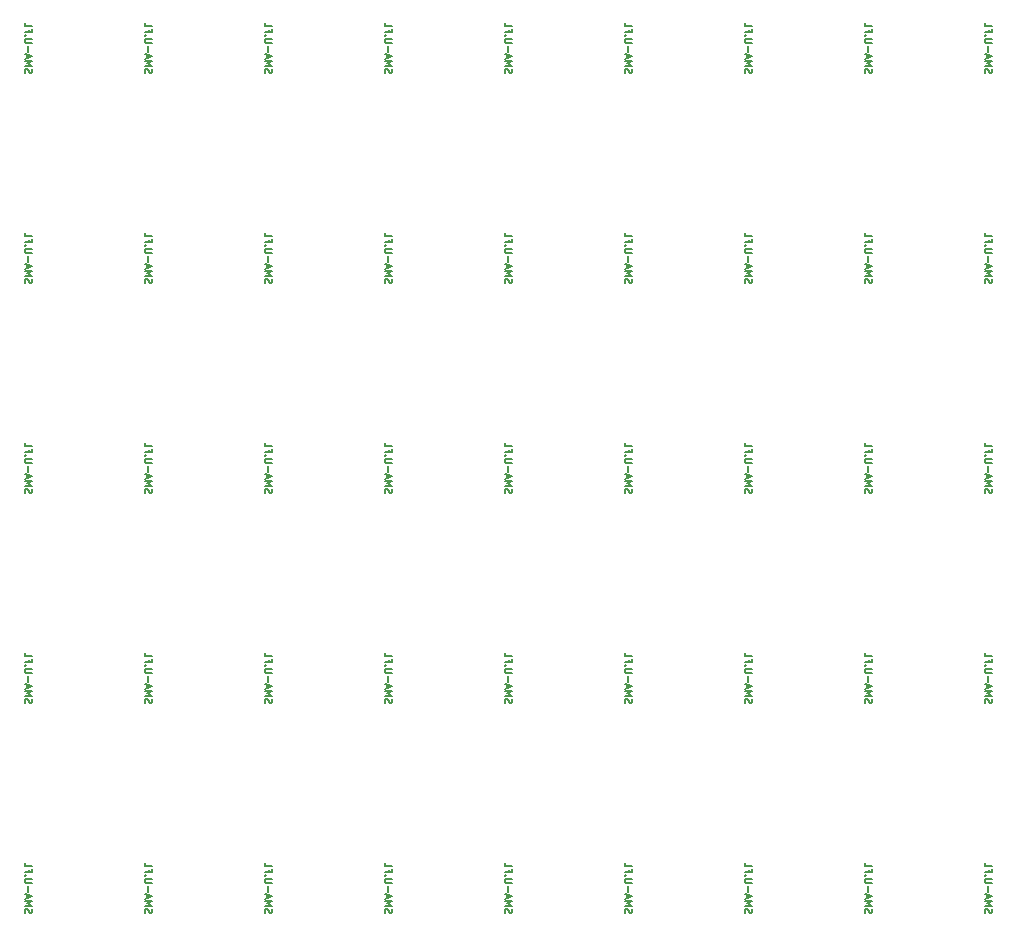
<source format=gbr>
%TF.GenerationSoftware,KiCad,Pcbnew,6.0.7-f9a2dced07~116~ubuntu20.04.1*%
%TF.CreationDate,2022-08-19T12:04:29-05:00*%
%TF.ProjectId,,58585858-5858-4585-9858-585858585858,rev?*%
%TF.SameCoordinates,Original*%
%TF.FileFunction,Legend,Bot*%
%TF.FilePolarity,Positive*%
%FSLAX46Y46*%
G04 Gerber Fmt 4.6, Leading zero omitted, Abs format (unit mm)*
G04 Created by KiCad (PCBNEW 6.0.7-f9a2dced07~116~ubuntu20.04.1) date 2022-08-19 12:04:29*
%MOMM*%
%LPD*%
G01*
G04 APERTURE LIST*
%ADD10C,0.150000*%
G04 APERTURE END LIST*
D10*
X153097142Y-136720000D02*
X153068571Y-136634285D01*
X153068571Y-136491428D01*
X153097142Y-136434285D01*
X153125714Y-136405714D01*
X153182857Y-136377142D01*
X153240000Y-136377142D01*
X153297142Y-136405714D01*
X153325714Y-136434285D01*
X153354285Y-136491428D01*
X153382857Y-136605714D01*
X153411428Y-136662857D01*
X153440000Y-136691428D01*
X153497142Y-136720000D01*
X153554285Y-136720000D01*
X153611428Y-136691428D01*
X153640000Y-136662857D01*
X153668571Y-136605714D01*
X153668571Y-136462857D01*
X153640000Y-136377142D01*
X153068571Y-136120000D02*
X153668571Y-136120000D01*
X153240000Y-135920000D01*
X153668571Y-135720000D01*
X153068571Y-135720000D01*
X153240000Y-135462857D02*
X153240000Y-135177142D01*
X153068571Y-135520000D02*
X153668571Y-135320000D01*
X153068571Y-135120000D01*
X153297142Y-134920000D02*
X153297142Y-134462857D01*
X153668571Y-134177142D02*
X153182857Y-134177142D01*
X153125714Y-134148571D01*
X153097142Y-134120000D01*
X153068571Y-134062857D01*
X153068571Y-133948571D01*
X153097142Y-133891428D01*
X153125714Y-133862857D01*
X153182857Y-133834285D01*
X153668571Y-133834285D01*
X153125714Y-133548571D02*
X153097142Y-133520000D01*
X153068571Y-133548571D01*
X153097142Y-133577142D01*
X153125714Y-133548571D01*
X153068571Y-133548571D01*
X153382857Y-133062857D02*
X153382857Y-133262857D01*
X153068571Y-133262857D02*
X153668571Y-133262857D01*
X153668571Y-132977142D01*
X153068571Y-132462857D02*
X153068571Y-132748571D01*
X153668571Y-132748571D01*
X142937142Y-136720000D02*
X142908571Y-136634285D01*
X142908571Y-136491428D01*
X142937142Y-136434285D01*
X142965714Y-136405714D01*
X143022857Y-136377142D01*
X143080000Y-136377142D01*
X143137142Y-136405714D01*
X143165714Y-136434285D01*
X143194285Y-136491428D01*
X143222857Y-136605714D01*
X143251428Y-136662857D01*
X143280000Y-136691428D01*
X143337142Y-136720000D01*
X143394285Y-136720000D01*
X143451428Y-136691428D01*
X143480000Y-136662857D01*
X143508571Y-136605714D01*
X143508571Y-136462857D01*
X143480000Y-136377142D01*
X142908571Y-136120000D02*
X143508571Y-136120000D01*
X143080000Y-135920000D01*
X143508571Y-135720000D01*
X142908571Y-135720000D01*
X143080000Y-135462857D02*
X143080000Y-135177142D01*
X142908571Y-135520000D02*
X143508571Y-135320000D01*
X142908571Y-135120000D01*
X143137142Y-134920000D02*
X143137142Y-134462857D01*
X143508571Y-134177142D02*
X143022857Y-134177142D01*
X142965714Y-134148571D01*
X142937142Y-134120000D01*
X142908571Y-134062857D01*
X142908571Y-133948571D01*
X142937142Y-133891428D01*
X142965714Y-133862857D01*
X143022857Y-133834285D01*
X143508571Y-133834285D01*
X142965714Y-133548571D02*
X142937142Y-133520000D01*
X142908571Y-133548571D01*
X142937142Y-133577142D01*
X142965714Y-133548571D01*
X142908571Y-133548571D01*
X143222857Y-133062857D02*
X143222857Y-133262857D01*
X142908571Y-133262857D02*
X143508571Y-133262857D01*
X143508571Y-132977142D01*
X142908571Y-132462857D02*
X142908571Y-132748571D01*
X143508571Y-132748571D01*
X132777142Y-136720000D02*
X132748571Y-136634285D01*
X132748571Y-136491428D01*
X132777142Y-136434285D01*
X132805714Y-136405714D01*
X132862857Y-136377142D01*
X132920000Y-136377142D01*
X132977142Y-136405714D01*
X133005714Y-136434285D01*
X133034285Y-136491428D01*
X133062857Y-136605714D01*
X133091428Y-136662857D01*
X133120000Y-136691428D01*
X133177142Y-136720000D01*
X133234285Y-136720000D01*
X133291428Y-136691428D01*
X133320000Y-136662857D01*
X133348571Y-136605714D01*
X133348571Y-136462857D01*
X133320000Y-136377142D01*
X132748571Y-136120000D02*
X133348571Y-136120000D01*
X132920000Y-135920000D01*
X133348571Y-135720000D01*
X132748571Y-135720000D01*
X132920000Y-135462857D02*
X132920000Y-135177142D01*
X132748571Y-135520000D02*
X133348571Y-135320000D01*
X132748571Y-135120000D01*
X132977142Y-134920000D02*
X132977142Y-134462857D01*
X133348571Y-134177142D02*
X132862857Y-134177142D01*
X132805714Y-134148571D01*
X132777142Y-134120000D01*
X132748571Y-134062857D01*
X132748571Y-133948571D01*
X132777142Y-133891428D01*
X132805714Y-133862857D01*
X132862857Y-133834285D01*
X133348571Y-133834285D01*
X132805714Y-133548571D02*
X132777142Y-133520000D01*
X132748571Y-133548571D01*
X132777142Y-133577142D01*
X132805714Y-133548571D01*
X132748571Y-133548571D01*
X133062857Y-133062857D02*
X133062857Y-133262857D01*
X132748571Y-133262857D02*
X133348571Y-133262857D01*
X133348571Y-132977142D01*
X132748571Y-132462857D02*
X132748571Y-132748571D01*
X133348571Y-132748571D01*
X122617142Y-136720000D02*
X122588571Y-136634285D01*
X122588571Y-136491428D01*
X122617142Y-136434285D01*
X122645714Y-136405714D01*
X122702857Y-136377142D01*
X122760000Y-136377142D01*
X122817142Y-136405714D01*
X122845714Y-136434285D01*
X122874285Y-136491428D01*
X122902857Y-136605714D01*
X122931428Y-136662857D01*
X122960000Y-136691428D01*
X123017142Y-136720000D01*
X123074285Y-136720000D01*
X123131428Y-136691428D01*
X123160000Y-136662857D01*
X123188571Y-136605714D01*
X123188571Y-136462857D01*
X123160000Y-136377142D01*
X122588571Y-136120000D02*
X123188571Y-136120000D01*
X122760000Y-135920000D01*
X123188571Y-135720000D01*
X122588571Y-135720000D01*
X122760000Y-135462857D02*
X122760000Y-135177142D01*
X122588571Y-135520000D02*
X123188571Y-135320000D01*
X122588571Y-135120000D01*
X122817142Y-134920000D02*
X122817142Y-134462857D01*
X123188571Y-134177142D02*
X122702857Y-134177142D01*
X122645714Y-134148571D01*
X122617142Y-134120000D01*
X122588571Y-134062857D01*
X122588571Y-133948571D01*
X122617142Y-133891428D01*
X122645714Y-133862857D01*
X122702857Y-133834285D01*
X123188571Y-133834285D01*
X122645714Y-133548571D02*
X122617142Y-133520000D01*
X122588571Y-133548571D01*
X122617142Y-133577142D01*
X122645714Y-133548571D01*
X122588571Y-133548571D01*
X122902857Y-133062857D02*
X122902857Y-133262857D01*
X122588571Y-133262857D02*
X123188571Y-133262857D01*
X123188571Y-132977142D01*
X122588571Y-132462857D02*
X122588571Y-132748571D01*
X123188571Y-132748571D01*
X112457142Y-136720000D02*
X112428571Y-136634285D01*
X112428571Y-136491428D01*
X112457142Y-136434285D01*
X112485714Y-136405714D01*
X112542857Y-136377142D01*
X112600000Y-136377142D01*
X112657142Y-136405714D01*
X112685714Y-136434285D01*
X112714285Y-136491428D01*
X112742857Y-136605714D01*
X112771428Y-136662857D01*
X112800000Y-136691428D01*
X112857142Y-136720000D01*
X112914285Y-136720000D01*
X112971428Y-136691428D01*
X113000000Y-136662857D01*
X113028571Y-136605714D01*
X113028571Y-136462857D01*
X113000000Y-136377142D01*
X112428571Y-136120000D02*
X113028571Y-136120000D01*
X112600000Y-135920000D01*
X113028571Y-135720000D01*
X112428571Y-135720000D01*
X112600000Y-135462857D02*
X112600000Y-135177142D01*
X112428571Y-135520000D02*
X113028571Y-135320000D01*
X112428571Y-135120000D01*
X112657142Y-134920000D02*
X112657142Y-134462857D01*
X113028571Y-134177142D02*
X112542857Y-134177142D01*
X112485714Y-134148571D01*
X112457142Y-134120000D01*
X112428571Y-134062857D01*
X112428571Y-133948571D01*
X112457142Y-133891428D01*
X112485714Y-133862857D01*
X112542857Y-133834285D01*
X113028571Y-133834285D01*
X112485714Y-133548571D02*
X112457142Y-133520000D01*
X112428571Y-133548571D01*
X112457142Y-133577142D01*
X112485714Y-133548571D01*
X112428571Y-133548571D01*
X112742857Y-133062857D02*
X112742857Y-133262857D01*
X112428571Y-133262857D02*
X113028571Y-133262857D01*
X113028571Y-132977142D01*
X112428571Y-132462857D02*
X112428571Y-132748571D01*
X113028571Y-132748571D01*
X102297142Y-136720000D02*
X102268571Y-136634285D01*
X102268571Y-136491428D01*
X102297142Y-136434285D01*
X102325714Y-136405714D01*
X102382857Y-136377142D01*
X102440000Y-136377142D01*
X102497142Y-136405714D01*
X102525714Y-136434285D01*
X102554285Y-136491428D01*
X102582857Y-136605714D01*
X102611428Y-136662857D01*
X102640000Y-136691428D01*
X102697142Y-136720000D01*
X102754285Y-136720000D01*
X102811428Y-136691428D01*
X102840000Y-136662857D01*
X102868571Y-136605714D01*
X102868571Y-136462857D01*
X102840000Y-136377142D01*
X102268571Y-136120000D02*
X102868571Y-136120000D01*
X102440000Y-135920000D01*
X102868571Y-135720000D01*
X102268571Y-135720000D01*
X102440000Y-135462857D02*
X102440000Y-135177142D01*
X102268571Y-135520000D02*
X102868571Y-135320000D01*
X102268571Y-135120000D01*
X102497142Y-134920000D02*
X102497142Y-134462857D01*
X102868571Y-134177142D02*
X102382857Y-134177142D01*
X102325714Y-134148571D01*
X102297142Y-134120000D01*
X102268571Y-134062857D01*
X102268571Y-133948571D01*
X102297142Y-133891428D01*
X102325714Y-133862857D01*
X102382857Y-133834285D01*
X102868571Y-133834285D01*
X102325714Y-133548571D02*
X102297142Y-133520000D01*
X102268571Y-133548571D01*
X102297142Y-133577142D01*
X102325714Y-133548571D01*
X102268571Y-133548571D01*
X102582857Y-133062857D02*
X102582857Y-133262857D01*
X102268571Y-133262857D02*
X102868571Y-133262857D01*
X102868571Y-132977142D01*
X102268571Y-132462857D02*
X102268571Y-132748571D01*
X102868571Y-132748571D01*
X92137142Y-136720000D02*
X92108571Y-136634285D01*
X92108571Y-136491428D01*
X92137142Y-136434285D01*
X92165714Y-136405714D01*
X92222857Y-136377142D01*
X92280000Y-136377142D01*
X92337142Y-136405714D01*
X92365714Y-136434285D01*
X92394285Y-136491428D01*
X92422857Y-136605714D01*
X92451428Y-136662857D01*
X92480000Y-136691428D01*
X92537142Y-136720000D01*
X92594285Y-136720000D01*
X92651428Y-136691428D01*
X92680000Y-136662857D01*
X92708571Y-136605714D01*
X92708571Y-136462857D01*
X92680000Y-136377142D01*
X92108571Y-136120000D02*
X92708571Y-136120000D01*
X92280000Y-135920000D01*
X92708571Y-135720000D01*
X92108571Y-135720000D01*
X92280000Y-135462857D02*
X92280000Y-135177142D01*
X92108571Y-135520000D02*
X92708571Y-135320000D01*
X92108571Y-135120000D01*
X92337142Y-134920000D02*
X92337142Y-134462857D01*
X92708571Y-134177142D02*
X92222857Y-134177142D01*
X92165714Y-134148571D01*
X92137142Y-134120000D01*
X92108571Y-134062857D01*
X92108571Y-133948571D01*
X92137142Y-133891428D01*
X92165714Y-133862857D01*
X92222857Y-133834285D01*
X92708571Y-133834285D01*
X92165714Y-133548571D02*
X92137142Y-133520000D01*
X92108571Y-133548571D01*
X92137142Y-133577142D01*
X92165714Y-133548571D01*
X92108571Y-133548571D01*
X92422857Y-133062857D02*
X92422857Y-133262857D01*
X92108571Y-133262857D02*
X92708571Y-133262857D01*
X92708571Y-132977142D01*
X92108571Y-132462857D02*
X92108571Y-132748571D01*
X92708571Y-132748571D01*
X81977142Y-136720000D02*
X81948571Y-136634285D01*
X81948571Y-136491428D01*
X81977142Y-136434285D01*
X82005714Y-136405714D01*
X82062857Y-136377142D01*
X82120000Y-136377142D01*
X82177142Y-136405714D01*
X82205714Y-136434285D01*
X82234285Y-136491428D01*
X82262857Y-136605714D01*
X82291428Y-136662857D01*
X82320000Y-136691428D01*
X82377142Y-136720000D01*
X82434285Y-136720000D01*
X82491428Y-136691428D01*
X82520000Y-136662857D01*
X82548571Y-136605714D01*
X82548571Y-136462857D01*
X82520000Y-136377142D01*
X81948571Y-136120000D02*
X82548571Y-136120000D01*
X82120000Y-135920000D01*
X82548571Y-135720000D01*
X81948571Y-135720000D01*
X82120000Y-135462857D02*
X82120000Y-135177142D01*
X81948571Y-135520000D02*
X82548571Y-135320000D01*
X81948571Y-135120000D01*
X82177142Y-134920000D02*
X82177142Y-134462857D01*
X82548571Y-134177142D02*
X82062857Y-134177142D01*
X82005714Y-134148571D01*
X81977142Y-134120000D01*
X81948571Y-134062857D01*
X81948571Y-133948571D01*
X81977142Y-133891428D01*
X82005714Y-133862857D01*
X82062857Y-133834285D01*
X82548571Y-133834285D01*
X82005714Y-133548571D02*
X81977142Y-133520000D01*
X81948571Y-133548571D01*
X81977142Y-133577142D01*
X82005714Y-133548571D01*
X81948571Y-133548571D01*
X82262857Y-133062857D02*
X82262857Y-133262857D01*
X81948571Y-133262857D02*
X82548571Y-133262857D01*
X82548571Y-132977142D01*
X81948571Y-132462857D02*
X81948571Y-132748571D01*
X82548571Y-132748571D01*
X71817142Y-136720000D02*
X71788571Y-136634285D01*
X71788571Y-136491428D01*
X71817142Y-136434285D01*
X71845714Y-136405714D01*
X71902857Y-136377142D01*
X71960000Y-136377142D01*
X72017142Y-136405714D01*
X72045714Y-136434285D01*
X72074285Y-136491428D01*
X72102857Y-136605714D01*
X72131428Y-136662857D01*
X72160000Y-136691428D01*
X72217142Y-136720000D01*
X72274285Y-136720000D01*
X72331428Y-136691428D01*
X72360000Y-136662857D01*
X72388571Y-136605714D01*
X72388571Y-136462857D01*
X72360000Y-136377142D01*
X71788571Y-136120000D02*
X72388571Y-136120000D01*
X71960000Y-135920000D01*
X72388571Y-135720000D01*
X71788571Y-135720000D01*
X71960000Y-135462857D02*
X71960000Y-135177142D01*
X71788571Y-135520000D02*
X72388571Y-135320000D01*
X71788571Y-135120000D01*
X72017142Y-134920000D02*
X72017142Y-134462857D01*
X72388571Y-134177142D02*
X71902857Y-134177142D01*
X71845714Y-134148571D01*
X71817142Y-134120000D01*
X71788571Y-134062857D01*
X71788571Y-133948571D01*
X71817142Y-133891428D01*
X71845714Y-133862857D01*
X71902857Y-133834285D01*
X72388571Y-133834285D01*
X71845714Y-133548571D02*
X71817142Y-133520000D01*
X71788571Y-133548571D01*
X71817142Y-133577142D01*
X71845714Y-133548571D01*
X71788571Y-133548571D01*
X72102857Y-133062857D02*
X72102857Y-133262857D01*
X71788571Y-133262857D02*
X72388571Y-133262857D01*
X72388571Y-132977142D01*
X71788571Y-132462857D02*
X71788571Y-132748571D01*
X72388571Y-132748571D01*
X153097142Y-118940000D02*
X153068571Y-118854285D01*
X153068571Y-118711428D01*
X153097142Y-118654285D01*
X153125714Y-118625714D01*
X153182857Y-118597142D01*
X153240000Y-118597142D01*
X153297142Y-118625714D01*
X153325714Y-118654285D01*
X153354285Y-118711428D01*
X153382857Y-118825714D01*
X153411428Y-118882857D01*
X153440000Y-118911428D01*
X153497142Y-118940000D01*
X153554285Y-118940000D01*
X153611428Y-118911428D01*
X153640000Y-118882857D01*
X153668571Y-118825714D01*
X153668571Y-118682857D01*
X153640000Y-118597142D01*
X153068571Y-118340000D02*
X153668571Y-118340000D01*
X153240000Y-118140000D01*
X153668571Y-117940000D01*
X153068571Y-117940000D01*
X153240000Y-117682857D02*
X153240000Y-117397142D01*
X153068571Y-117740000D02*
X153668571Y-117540000D01*
X153068571Y-117340000D01*
X153297142Y-117140000D02*
X153297142Y-116682857D01*
X153668571Y-116397142D02*
X153182857Y-116397142D01*
X153125714Y-116368571D01*
X153097142Y-116340000D01*
X153068571Y-116282857D01*
X153068571Y-116168571D01*
X153097142Y-116111428D01*
X153125714Y-116082857D01*
X153182857Y-116054285D01*
X153668571Y-116054285D01*
X153125714Y-115768571D02*
X153097142Y-115740000D01*
X153068571Y-115768571D01*
X153097142Y-115797142D01*
X153125714Y-115768571D01*
X153068571Y-115768571D01*
X153382857Y-115282857D02*
X153382857Y-115482857D01*
X153068571Y-115482857D02*
X153668571Y-115482857D01*
X153668571Y-115197142D01*
X153068571Y-114682857D02*
X153068571Y-114968571D01*
X153668571Y-114968571D01*
X142937142Y-118940000D02*
X142908571Y-118854285D01*
X142908571Y-118711428D01*
X142937142Y-118654285D01*
X142965714Y-118625714D01*
X143022857Y-118597142D01*
X143080000Y-118597142D01*
X143137142Y-118625714D01*
X143165714Y-118654285D01*
X143194285Y-118711428D01*
X143222857Y-118825714D01*
X143251428Y-118882857D01*
X143280000Y-118911428D01*
X143337142Y-118940000D01*
X143394285Y-118940000D01*
X143451428Y-118911428D01*
X143480000Y-118882857D01*
X143508571Y-118825714D01*
X143508571Y-118682857D01*
X143480000Y-118597142D01*
X142908571Y-118340000D02*
X143508571Y-118340000D01*
X143080000Y-118140000D01*
X143508571Y-117940000D01*
X142908571Y-117940000D01*
X143080000Y-117682857D02*
X143080000Y-117397142D01*
X142908571Y-117740000D02*
X143508571Y-117540000D01*
X142908571Y-117340000D01*
X143137142Y-117140000D02*
X143137142Y-116682857D01*
X143508571Y-116397142D02*
X143022857Y-116397142D01*
X142965714Y-116368571D01*
X142937142Y-116340000D01*
X142908571Y-116282857D01*
X142908571Y-116168571D01*
X142937142Y-116111428D01*
X142965714Y-116082857D01*
X143022857Y-116054285D01*
X143508571Y-116054285D01*
X142965714Y-115768571D02*
X142937142Y-115740000D01*
X142908571Y-115768571D01*
X142937142Y-115797142D01*
X142965714Y-115768571D01*
X142908571Y-115768571D01*
X143222857Y-115282857D02*
X143222857Y-115482857D01*
X142908571Y-115482857D02*
X143508571Y-115482857D01*
X143508571Y-115197142D01*
X142908571Y-114682857D02*
X142908571Y-114968571D01*
X143508571Y-114968571D01*
X132777142Y-118940000D02*
X132748571Y-118854285D01*
X132748571Y-118711428D01*
X132777142Y-118654285D01*
X132805714Y-118625714D01*
X132862857Y-118597142D01*
X132920000Y-118597142D01*
X132977142Y-118625714D01*
X133005714Y-118654285D01*
X133034285Y-118711428D01*
X133062857Y-118825714D01*
X133091428Y-118882857D01*
X133120000Y-118911428D01*
X133177142Y-118940000D01*
X133234285Y-118940000D01*
X133291428Y-118911428D01*
X133320000Y-118882857D01*
X133348571Y-118825714D01*
X133348571Y-118682857D01*
X133320000Y-118597142D01*
X132748571Y-118340000D02*
X133348571Y-118340000D01*
X132920000Y-118140000D01*
X133348571Y-117940000D01*
X132748571Y-117940000D01*
X132920000Y-117682857D02*
X132920000Y-117397142D01*
X132748571Y-117740000D02*
X133348571Y-117540000D01*
X132748571Y-117340000D01*
X132977142Y-117140000D02*
X132977142Y-116682857D01*
X133348571Y-116397142D02*
X132862857Y-116397142D01*
X132805714Y-116368571D01*
X132777142Y-116340000D01*
X132748571Y-116282857D01*
X132748571Y-116168571D01*
X132777142Y-116111428D01*
X132805714Y-116082857D01*
X132862857Y-116054285D01*
X133348571Y-116054285D01*
X132805714Y-115768571D02*
X132777142Y-115740000D01*
X132748571Y-115768571D01*
X132777142Y-115797142D01*
X132805714Y-115768571D01*
X132748571Y-115768571D01*
X133062857Y-115282857D02*
X133062857Y-115482857D01*
X132748571Y-115482857D02*
X133348571Y-115482857D01*
X133348571Y-115197142D01*
X132748571Y-114682857D02*
X132748571Y-114968571D01*
X133348571Y-114968571D01*
X122617142Y-118940000D02*
X122588571Y-118854285D01*
X122588571Y-118711428D01*
X122617142Y-118654285D01*
X122645714Y-118625714D01*
X122702857Y-118597142D01*
X122760000Y-118597142D01*
X122817142Y-118625714D01*
X122845714Y-118654285D01*
X122874285Y-118711428D01*
X122902857Y-118825714D01*
X122931428Y-118882857D01*
X122960000Y-118911428D01*
X123017142Y-118940000D01*
X123074285Y-118940000D01*
X123131428Y-118911428D01*
X123160000Y-118882857D01*
X123188571Y-118825714D01*
X123188571Y-118682857D01*
X123160000Y-118597142D01*
X122588571Y-118340000D02*
X123188571Y-118340000D01*
X122760000Y-118140000D01*
X123188571Y-117940000D01*
X122588571Y-117940000D01*
X122760000Y-117682857D02*
X122760000Y-117397142D01*
X122588571Y-117740000D02*
X123188571Y-117540000D01*
X122588571Y-117340000D01*
X122817142Y-117140000D02*
X122817142Y-116682857D01*
X123188571Y-116397142D02*
X122702857Y-116397142D01*
X122645714Y-116368571D01*
X122617142Y-116340000D01*
X122588571Y-116282857D01*
X122588571Y-116168571D01*
X122617142Y-116111428D01*
X122645714Y-116082857D01*
X122702857Y-116054285D01*
X123188571Y-116054285D01*
X122645714Y-115768571D02*
X122617142Y-115740000D01*
X122588571Y-115768571D01*
X122617142Y-115797142D01*
X122645714Y-115768571D01*
X122588571Y-115768571D01*
X122902857Y-115282857D02*
X122902857Y-115482857D01*
X122588571Y-115482857D02*
X123188571Y-115482857D01*
X123188571Y-115197142D01*
X122588571Y-114682857D02*
X122588571Y-114968571D01*
X123188571Y-114968571D01*
X112457142Y-118940000D02*
X112428571Y-118854285D01*
X112428571Y-118711428D01*
X112457142Y-118654285D01*
X112485714Y-118625714D01*
X112542857Y-118597142D01*
X112600000Y-118597142D01*
X112657142Y-118625714D01*
X112685714Y-118654285D01*
X112714285Y-118711428D01*
X112742857Y-118825714D01*
X112771428Y-118882857D01*
X112800000Y-118911428D01*
X112857142Y-118940000D01*
X112914285Y-118940000D01*
X112971428Y-118911428D01*
X113000000Y-118882857D01*
X113028571Y-118825714D01*
X113028571Y-118682857D01*
X113000000Y-118597142D01*
X112428571Y-118340000D02*
X113028571Y-118340000D01*
X112600000Y-118140000D01*
X113028571Y-117940000D01*
X112428571Y-117940000D01*
X112600000Y-117682857D02*
X112600000Y-117397142D01*
X112428571Y-117740000D02*
X113028571Y-117540000D01*
X112428571Y-117340000D01*
X112657142Y-117140000D02*
X112657142Y-116682857D01*
X113028571Y-116397142D02*
X112542857Y-116397142D01*
X112485714Y-116368571D01*
X112457142Y-116340000D01*
X112428571Y-116282857D01*
X112428571Y-116168571D01*
X112457142Y-116111428D01*
X112485714Y-116082857D01*
X112542857Y-116054285D01*
X113028571Y-116054285D01*
X112485714Y-115768571D02*
X112457142Y-115740000D01*
X112428571Y-115768571D01*
X112457142Y-115797142D01*
X112485714Y-115768571D01*
X112428571Y-115768571D01*
X112742857Y-115282857D02*
X112742857Y-115482857D01*
X112428571Y-115482857D02*
X113028571Y-115482857D01*
X113028571Y-115197142D01*
X112428571Y-114682857D02*
X112428571Y-114968571D01*
X113028571Y-114968571D01*
X102297142Y-118940000D02*
X102268571Y-118854285D01*
X102268571Y-118711428D01*
X102297142Y-118654285D01*
X102325714Y-118625714D01*
X102382857Y-118597142D01*
X102440000Y-118597142D01*
X102497142Y-118625714D01*
X102525714Y-118654285D01*
X102554285Y-118711428D01*
X102582857Y-118825714D01*
X102611428Y-118882857D01*
X102640000Y-118911428D01*
X102697142Y-118940000D01*
X102754285Y-118940000D01*
X102811428Y-118911428D01*
X102840000Y-118882857D01*
X102868571Y-118825714D01*
X102868571Y-118682857D01*
X102840000Y-118597142D01*
X102268571Y-118340000D02*
X102868571Y-118340000D01*
X102440000Y-118140000D01*
X102868571Y-117940000D01*
X102268571Y-117940000D01*
X102440000Y-117682857D02*
X102440000Y-117397142D01*
X102268571Y-117740000D02*
X102868571Y-117540000D01*
X102268571Y-117340000D01*
X102497142Y-117140000D02*
X102497142Y-116682857D01*
X102868571Y-116397142D02*
X102382857Y-116397142D01*
X102325714Y-116368571D01*
X102297142Y-116340000D01*
X102268571Y-116282857D01*
X102268571Y-116168571D01*
X102297142Y-116111428D01*
X102325714Y-116082857D01*
X102382857Y-116054285D01*
X102868571Y-116054285D01*
X102325714Y-115768571D02*
X102297142Y-115740000D01*
X102268571Y-115768571D01*
X102297142Y-115797142D01*
X102325714Y-115768571D01*
X102268571Y-115768571D01*
X102582857Y-115282857D02*
X102582857Y-115482857D01*
X102268571Y-115482857D02*
X102868571Y-115482857D01*
X102868571Y-115197142D01*
X102268571Y-114682857D02*
X102268571Y-114968571D01*
X102868571Y-114968571D01*
X92137142Y-118940000D02*
X92108571Y-118854285D01*
X92108571Y-118711428D01*
X92137142Y-118654285D01*
X92165714Y-118625714D01*
X92222857Y-118597142D01*
X92280000Y-118597142D01*
X92337142Y-118625714D01*
X92365714Y-118654285D01*
X92394285Y-118711428D01*
X92422857Y-118825714D01*
X92451428Y-118882857D01*
X92480000Y-118911428D01*
X92537142Y-118940000D01*
X92594285Y-118940000D01*
X92651428Y-118911428D01*
X92680000Y-118882857D01*
X92708571Y-118825714D01*
X92708571Y-118682857D01*
X92680000Y-118597142D01*
X92108571Y-118340000D02*
X92708571Y-118340000D01*
X92280000Y-118140000D01*
X92708571Y-117940000D01*
X92108571Y-117940000D01*
X92280000Y-117682857D02*
X92280000Y-117397142D01*
X92108571Y-117740000D02*
X92708571Y-117540000D01*
X92108571Y-117340000D01*
X92337142Y-117140000D02*
X92337142Y-116682857D01*
X92708571Y-116397142D02*
X92222857Y-116397142D01*
X92165714Y-116368571D01*
X92137142Y-116340000D01*
X92108571Y-116282857D01*
X92108571Y-116168571D01*
X92137142Y-116111428D01*
X92165714Y-116082857D01*
X92222857Y-116054285D01*
X92708571Y-116054285D01*
X92165714Y-115768571D02*
X92137142Y-115740000D01*
X92108571Y-115768571D01*
X92137142Y-115797142D01*
X92165714Y-115768571D01*
X92108571Y-115768571D01*
X92422857Y-115282857D02*
X92422857Y-115482857D01*
X92108571Y-115482857D02*
X92708571Y-115482857D01*
X92708571Y-115197142D01*
X92108571Y-114682857D02*
X92108571Y-114968571D01*
X92708571Y-114968571D01*
X81977142Y-118940000D02*
X81948571Y-118854285D01*
X81948571Y-118711428D01*
X81977142Y-118654285D01*
X82005714Y-118625714D01*
X82062857Y-118597142D01*
X82120000Y-118597142D01*
X82177142Y-118625714D01*
X82205714Y-118654285D01*
X82234285Y-118711428D01*
X82262857Y-118825714D01*
X82291428Y-118882857D01*
X82320000Y-118911428D01*
X82377142Y-118940000D01*
X82434285Y-118940000D01*
X82491428Y-118911428D01*
X82520000Y-118882857D01*
X82548571Y-118825714D01*
X82548571Y-118682857D01*
X82520000Y-118597142D01*
X81948571Y-118340000D02*
X82548571Y-118340000D01*
X82120000Y-118140000D01*
X82548571Y-117940000D01*
X81948571Y-117940000D01*
X82120000Y-117682857D02*
X82120000Y-117397142D01*
X81948571Y-117740000D02*
X82548571Y-117540000D01*
X81948571Y-117340000D01*
X82177142Y-117140000D02*
X82177142Y-116682857D01*
X82548571Y-116397142D02*
X82062857Y-116397142D01*
X82005714Y-116368571D01*
X81977142Y-116340000D01*
X81948571Y-116282857D01*
X81948571Y-116168571D01*
X81977142Y-116111428D01*
X82005714Y-116082857D01*
X82062857Y-116054285D01*
X82548571Y-116054285D01*
X82005714Y-115768571D02*
X81977142Y-115740000D01*
X81948571Y-115768571D01*
X81977142Y-115797142D01*
X82005714Y-115768571D01*
X81948571Y-115768571D01*
X82262857Y-115282857D02*
X82262857Y-115482857D01*
X81948571Y-115482857D02*
X82548571Y-115482857D01*
X82548571Y-115197142D01*
X81948571Y-114682857D02*
X81948571Y-114968571D01*
X82548571Y-114968571D01*
X71817142Y-118940000D02*
X71788571Y-118854285D01*
X71788571Y-118711428D01*
X71817142Y-118654285D01*
X71845714Y-118625714D01*
X71902857Y-118597142D01*
X71960000Y-118597142D01*
X72017142Y-118625714D01*
X72045714Y-118654285D01*
X72074285Y-118711428D01*
X72102857Y-118825714D01*
X72131428Y-118882857D01*
X72160000Y-118911428D01*
X72217142Y-118940000D01*
X72274285Y-118940000D01*
X72331428Y-118911428D01*
X72360000Y-118882857D01*
X72388571Y-118825714D01*
X72388571Y-118682857D01*
X72360000Y-118597142D01*
X71788571Y-118340000D02*
X72388571Y-118340000D01*
X71960000Y-118140000D01*
X72388571Y-117940000D01*
X71788571Y-117940000D01*
X71960000Y-117682857D02*
X71960000Y-117397142D01*
X71788571Y-117740000D02*
X72388571Y-117540000D01*
X71788571Y-117340000D01*
X72017142Y-117140000D02*
X72017142Y-116682857D01*
X72388571Y-116397142D02*
X71902857Y-116397142D01*
X71845714Y-116368571D01*
X71817142Y-116340000D01*
X71788571Y-116282857D01*
X71788571Y-116168571D01*
X71817142Y-116111428D01*
X71845714Y-116082857D01*
X71902857Y-116054285D01*
X72388571Y-116054285D01*
X71845714Y-115768571D02*
X71817142Y-115740000D01*
X71788571Y-115768571D01*
X71817142Y-115797142D01*
X71845714Y-115768571D01*
X71788571Y-115768571D01*
X72102857Y-115282857D02*
X72102857Y-115482857D01*
X71788571Y-115482857D02*
X72388571Y-115482857D01*
X72388571Y-115197142D01*
X71788571Y-114682857D02*
X71788571Y-114968571D01*
X72388571Y-114968571D01*
X153097142Y-101160000D02*
X153068571Y-101074285D01*
X153068571Y-100931428D01*
X153097142Y-100874285D01*
X153125714Y-100845714D01*
X153182857Y-100817142D01*
X153240000Y-100817142D01*
X153297142Y-100845714D01*
X153325714Y-100874285D01*
X153354285Y-100931428D01*
X153382857Y-101045714D01*
X153411428Y-101102857D01*
X153440000Y-101131428D01*
X153497142Y-101160000D01*
X153554285Y-101160000D01*
X153611428Y-101131428D01*
X153640000Y-101102857D01*
X153668571Y-101045714D01*
X153668571Y-100902857D01*
X153640000Y-100817142D01*
X153068571Y-100560000D02*
X153668571Y-100560000D01*
X153240000Y-100360000D01*
X153668571Y-100160000D01*
X153068571Y-100160000D01*
X153240000Y-99902857D02*
X153240000Y-99617142D01*
X153068571Y-99960000D02*
X153668571Y-99760000D01*
X153068571Y-99560000D01*
X153297142Y-99360000D02*
X153297142Y-98902857D01*
X153668571Y-98617142D02*
X153182857Y-98617142D01*
X153125714Y-98588571D01*
X153097142Y-98560000D01*
X153068571Y-98502857D01*
X153068571Y-98388571D01*
X153097142Y-98331428D01*
X153125714Y-98302857D01*
X153182857Y-98274285D01*
X153668571Y-98274285D01*
X153125714Y-97988571D02*
X153097142Y-97960000D01*
X153068571Y-97988571D01*
X153097142Y-98017142D01*
X153125714Y-97988571D01*
X153068571Y-97988571D01*
X153382857Y-97502857D02*
X153382857Y-97702857D01*
X153068571Y-97702857D02*
X153668571Y-97702857D01*
X153668571Y-97417142D01*
X153068571Y-96902857D02*
X153068571Y-97188571D01*
X153668571Y-97188571D01*
X142937142Y-101160000D02*
X142908571Y-101074285D01*
X142908571Y-100931428D01*
X142937142Y-100874285D01*
X142965714Y-100845714D01*
X143022857Y-100817142D01*
X143080000Y-100817142D01*
X143137142Y-100845714D01*
X143165714Y-100874285D01*
X143194285Y-100931428D01*
X143222857Y-101045714D01*
X143251428Y-101102857D01*
X143280000Y-101131428D01*
X143337142Y-101160000D01*
X143394285Y-101160000D01*
X143451428Y-101131428D01*
X143480000Y-101102857D01*
X143508571Y-101045714D01*
X143508571Y-100902857D01*
X143480000Y-100817142D01*
X142908571Y-100560000D02*
X143508571Y-100560000D01*
X143080000Y-100360000D01*
X143508571Y-100160000D01*
X142908571Y-100160000D01*
X143080000Y-99902857D02*
X143080000Y-99617142D01*
X142908571Y-99960000D02*
X143508571Y-99760000D01*
X142908571Y-99560000D01*
X143137142Y-99360000D02*
X143137142Y-98902857D01*
X143508571Y-98617142D02*
X143022857Y-98617142D01*
X142965714Y-98588571D01*
X142937142Y-98560000D01*
X142908571Y-98502857D01*
X142908571Y-98388571D01*
X142937142Y-98331428D01*
X142965714Y-98302857D01*
X143022857Y-98274285D01*
X143508571Y-98274285D01*
X142965714Y-97988571D02*
X142937142Y-97960000D01*
X142908571Y-97988571D01*
X142937142Y-98017142D01*
X142965714Y-97988571D01*
X142908571Y-97988571D01*
X143222857Y-97502857D02*
X143222857Y-97702857D01*
X142908571Y-97702857D02*
X143508571Y-97702857D01*
X143508571Y-97417142D01*
X142908571Y-96902857D02*
X142908571Y-97188571D01*
X143508571Y-97188571D01*
X132777142Y-101160000D02*
X132748571Y-101074285D01*
X132748571Y-100931428D01*
X132777142Y-100874285D01*
X132805714Y-100845714D01*
X132862857Y-100817142D01*
X132920000Y-100817142D01*
X132977142Y-100845714D01*
X133005714Y-100874285D01*
X133034285Y-100931428D01*
X133062857Y-101045714D01*
X133091428Y-101102857D01*
X133120000Y-101131428D01*
X133177142Y-101160000D01*
X133234285Y-101160000D01*
X133291428Y-101131428D01*
X133320000Y-101102857D01*
X133348571Y-101045714D01*
X133348571Y-100902857D01*
X133320000Y-100817142D01*
X132748571Y-100560000D02*
X133348571Y-100560000D01*
X132920000Y-100360000D01*
X133348571Y-100160000D01*
X132748571Y-100160000D01*
X132920000Y-99902857D02*
X132920000Y-99617142D01*
X132748571Y-99960000D02*
X133348571Y-99760000D01*
X132748571Y-99560000D01*
X132977142Y-99360000D02*
X132977142Y-98902857D01*
X133348571Y-98617142D02*
X132862857Y-98617142D01*
X132805714Y-98588571D01*
X132777142Y-98560000D01*
X132748571Y-98502857D01*
X132748571Y-98388571D01*
X132777142Y-98331428D01*
X132805714Y-98302857D01*
X132862857Y-98274285D01*
X133348571Y-98274285D01*
X132805714Y-97988571D02*
X132777142Y-97960000D01*
X132748571Y-97988571D01*
X132777142Y-98017142D01*
X132805714Y-97988571D01*
X132748571Y-97988571D01*
X133062857Y-97502857D02*
X133062857Y-97702857D01*
X132748571Y-97702857D02*
X133348571Y-97702857D01*
X133348571Y-97417142D01*
X132748571Y-96902857D02*
X132748571Y-97188571D01*
X133348571Y-97188571D01*
X122617142Y-101160000D02*
X122588571Y-101074285D01*
X122588571Y-100931428D01*
X122617142Y-100874285D01*
X122645714Y-100845714D01*
X122702857Y-100817142D01*
X122760000Y-100817142D01*
X122817142Y-100845714D01*
X122845714Y-100874285D01*
X122874285Y-100931428D01*
X122902857Y-101045714D01*
X122931428Y-101102857D01*
X122960000Y-101131428D01*
X123017142Y-101160000D01*
X123074285Y-101160000D01*
X123131428Y-101131428D01*
X123160000Y-101102857D01*
X123188571Y-101045714D01*
X123188571Y-100902857D01*
X123160000Y-100817142D01*
X122588571Y-100560000D02*
X123188571Y-100560000D01*
X122760000Y-100360000D01*
X123188571Y-100160000D01*
X122588571Y-100160000D01*
X122760000Y-99902857D02*
X122760000Y-99617142D01*
X122588571Y-99960000D02*
X123188571Y-99760000D01*
X122588571Y-99560000D01*
X122817142Y-99360000D02*
X122817142Y-98902857D01*
X123188571Y-98617142D02*
X122702857Y-98617142D01*
X122645714Y-98588571D01*
X122617142Y-98560000D01*
X122588571Y-98502857D01*
X122588571Y-98388571D01*
X122617142Y-98331428D01*
X122645714Y-98302857D01*
X122702857Y-98274285D01*
X123188571Y-98274285D01*
X122645714Y-97988571D02*
X122617142Y-97960000D01*
X122588571Y-97988571D01*
X122617142Y-98017142D01*
X122645714Y-97988571D01*
X122588571Y-97988571D01*
X122902857Y-97502857D02*
X122902857Y-97702857D01*
X122588571Y-97702857D02*
X123188571Y-97702857D01*
X123188571Y-97417142D01*
X122588571Y-96902857D02*
X122588571Y-97188571D01*
X123188571Y-97188571D01*
X112457142Y-101160000D02*
X112428571Y-101074285D01*
X112428571Y-100931428D01*
X112457142Y-100874285D01*
X112485714Y-100845714D01*
X112542857Y-100817142D01*
X112600000Y-100817142D01*
X112657142Y-100845714D01*
X112685714Y-100874285D01*
X112714285Y-100931428D01*
X112742857Y-101045714D01*
X112771428Y-101102857D01*
X112800000Y-101131428D01*
X112857142Y-101160000D01*
X112914285Y-101160000D01*
X112971428Y-101131428D01*
X113000000Y-101102857D01*
X113028571Y-101045714D01*
X113028571Y-100902857D01*
X113000000Y-100817142D01*
X112428571Y-100560000D02*
X113028571Y-100560000D01*
X112600000Y-100360000D01*
X113028571Y-100160000D01*
X112428571Y-100160000D01*
X112600000Y-99902857D02*
X112600000Y-99617142D01*
X112428571Y-99960000D02*
X113028571Y-99760000D01*
X112428571Y-99560000D01*
X112657142Y-99360000D02*
X112657142Y-98902857D01*
X113028571Y-98617142D02*
X112542857Y-98617142D01*
X112485714Y-98588571D01*
X112457142Y-98560000D01*
X112428571Y-98502857D01*
X112428571Y-98388571D01*
X112457142Y-98331428D01*
X112485714Y-98302857D01*
X112542857Y-98274285D01*
X113028571Y-98274285D01*
X112485714Y-97988571D02*
X112457142Y-97960000D01*
X112428571Y-97988571D01*
X112457142Y-98017142D01*
X112485714Y-97988571D01*
X112428571Y-97988571D01*
X112742857Y-97502857D02*
X112742857Y-97702857D01*
X112428571Y-97702857D02*
X113028571Y-97702857D01*
X113028571Y-97417142D01*
X112428571Y-96902857D02*
X112428571Y-97188571D01*
X113028571Y-97188571D01*
X102297142Y-101160000D02*
X102268571Y-101074285D01*
X102268571Y-100931428D01*
X102297142Y-100874285D01*
X102325714Y-100845714D01*
X102382857Y-100817142D01*
X102440000Y-100817142D01*
X102497142Y-100845714D01*
X102525714Y-100874285D01*
X102554285Y-100931428D01*
X102582857Y-101045714D01*
X102611428Y-101102857D01*
X102640000Y-101131428D01*
X102697142Y-101160000D01*
X102754285Y-101160000D01*
X102811428Y-101131428D01*
X102840000Y-101102857D01*
X102868571Y-101045714D01*
X102868571Y-100902857D01*
X102840000Y-100817142D01*
X102268571Y-100560000D02*
X102868571Y-100560000D01*
X102440000Y-100360000D01*
X102868571Y-100160000D01*
X102268571Y-100160000D01*
X102440000Y-99902857D02*
X102440000Y-99617142D01*
X102268571Y-99960000D02*
X102868571Y-99760000D01*
X102268571Y-99560000D01*
X102497142Y-99360000D02*
X102497142Y-98902857D01*
X102868571Y-98617142D02*
X102382857Y-98617142D01*
X102325714Y-98588571D01*
X102297142Y-98560000D01*
X102268571Y-98502857D01*
X102268571Y-98388571D01*
X102297142Y-98331428D01*
X102325714Y-98302857D01*
X102382857Y-98274285D01*
X102868571Y-98274285D01*
X102325714Y-97988571D02*
X102297142Y-97960000D01*
X102268571Y-97988571D01*
X102297142Y-98017142D01*
X102325714Y-97988571D01*
X102268571Y-97988571D01*
X102582857Y-97502857D02*
X102582857Y-97702857D01*
X102268571Y-97702857D02*
X102868571Y-97702857D01*
X102868571Y-97417142D01*
X102268571Y-96902857D02*
X102268571Y-97188571D01*
X102868571Y-97188571D01*
X92137142Y-101160000D02*
X92108571Y-101074285D01*
X92108571Y-100931428D01*
X92137142Y-100874285D01*
X92165714Y-100845714D01*
X92222857Y-100817142D01*
X92280000Y-100817142D01*
X92337142Y-100845714D01*
X92365714Y-100874285D01*
X92394285Y-100931428D01*
X92422857Y-101045714D01*
X92451428Y-101102857D01*
X92480000Y-101131428D01*
X92537142Y-101160000D01*
X92594285Y-101160000D01*
X92651428Y-101131428D01*
X92680000Y-101102857D01*
X92708571Y-101045714D01*
X92708571Y-100902857D01*
X92680000Y-100817142D01*
X92108571Y-100560000D02*
X92708571Y-100560000D01*
X92280000Y-100360000D01*
X92708571Y-100160000D01*
X92108571Y-100160000D01*
X92280000Y-99902857D02*
X92280000Y-99617142D01*
X92108571Y-99960000D02*
X92708571Y-99760000D01*
X92108571Y-99560000D01*
X92337142Y-99360000D02*
X92337142Y-98902857D01*
X92708571Y-98617142D02*
X92222857Y-98617142D01*
X92165714Y-98588571D01*
X92137142Y-98560000D01*
X92108571Y-98502857D01*
X92108571Y-98388571D01*
X92137142Y-98331428D01*
X92165714Y-98302857D01*
X92222857Y-98274285D01*
X92708571Y-98274285D01*
X92165714Y-97988571D02*
X92137142Y-97960000D01*
X92108571Y-97988571D01*
X92137142Y-98017142D01*
X92165714Y-97988571D01*
X92108571Y-97988571D01*
X92422857Y-97502857D02*
X92422857Y-97702857D01*
X92108571Y-97702857D02*
X92708571Y-97702857D01*
X92708571Y-97417142D01*
X92108571Y-96902857D02*
X92108571Y-97188571D01*
X92708571Y-97188571D01*
X81977142Y-101160000D02*
X81948571Y-101074285D01*
X81948571Y-100931428D01*
X81977142Y-100874285D01*
X82005714Y-100845714D01*
X82062857Y-100817142D01*
X82120000Y-100817142D01*
X82177142Y-100845714D01*
X82205714Y-100874285D01*
X82234285Y-100931428D01*
X82262857Y-101045714D01*
X82291428Y-101102857D01*
X82320000Y-101131428D01*
X82377142Y-101160000D01*
X82434285Y-101160000D01*
X82491428Y-101131428D01*
X82520000Y-101102857D01*
X82548571Y-101045714D01*
X82548571Y-100902857D01*
X82520000Y-100817142D01*
X81948571Y-100560000D02*
X82548571Y-100560000D01*
X82120000Y-100360000D01*
X82548571Y-100160000D01*
X81948571Y-100160000D01*
X82120000Y-99902857D02*
X82120000Y-99617142D01*
X81948571Y-99960000D02*
X82548571Y-99760000D01*
X81948571Y-99560000D01*
X82177142Y-99360000D02*
X82177142Y-98902857D01*
X82548571Y-98617142D02*
X82062857Y-98617142D01*
X82005714Y-98588571D01*
X81977142Y-98560000D01*
X81948571Y-98502857D01*
X81948571Y-98388571D01*
X81977142Y-98331428D01*
X82005714Y-98302857D01*
X82062857Y-98274285D01*
X82548571Y-98274285D01*
X82005714Y-97988571D02*
X81977142Y-97960000D01*
X81948571Y-97988571D01*
X81977142Y-98017142D01*
X82005714Y-97988571D01*
X81948571Y-97988571D01*
X82262857Y-97502857D02*
X82262857Y-97702857D01*
X81948571Y-97702857D02*
X82548571Y-97702857D01*
X82548571Y-97417142D01*
X81948571Y-96902857D02*
X81948571Y-97188571D01*
X82548571Y-97188571D01*
X71817142Y-101160000D02*
X71788571Y-101074285D01*
X71788571Y-100931428D01*
X71817142Y-100874285D01*
X71845714Y-100845714D01*
X71902857Y-100817142D01*
X71960000Y-100817142D01*
X72017142Y-100845714D01*
X72045714Y-100874285D01*
X72074285Y-100931428D01*
X72102857Y-101045714D01*
X72131428Y-101102857D01*
X72160000Y-101131428D01*
X72217142Y-101160000D01*
X72274285Y-101160000D01*
X72331428Y-101131428D01*
X72360000Y-101102857D01*
X72388571Y-101045714D01*
X72388571Y-100902857D01*
X72360000Y-100817142D01*
X71788571Y-100560000D02*
X72388571Y-100560000D01*
X71960000Y-100360000D01*
X72388571Y-100160000D01*
X71788571Y-100160000D01*
X71960000Y-99902857D02*
X71960000Y-99617142D01*
X71788571Y-99960000D02*
X72388571Y-99760000D01*
X71788571Y-99560000D01*
X72017142Y-99360000D02*
X72017142Y-98902857D01*
X72388571Y-98617142D02*
X71902857Y-98617142D01*
X71845714Y-98588571D01*
X71817142Y-98560000D01*
X71788571Y-98502857D01*
X71788571Y-98388571D01*
X71817142Y-98331428D01*
X71845714Y-98302857D01*
X71902857Y-98274285D01*
X72388571Y-98274285D01*
X71845714Y-97988571D02*
X71817142Y-97960000D01*
X71788571Y-97988571D01*
X71817142Y-98017142D01*
X71845714Y-97988571D01*
X71788571Y-97988571D01*
X72102857Y-97502857D02*
X72102857Y-97702857D01*
X71788571Y-97702857D02*
X72388571Y-97702857D01*
X72388571Y-97417142D01*
X71788571Y-96902857D02*
X71788571Y-97188571D01*
X72388571Y-97188571D01*
X153097142Y-83380000D02*
X153068571Y-83294285D01*
X153068571Y-83151428D01*
X153097142Y-83094285D01*
X153125714Y-83065714D01*
X153182857Y-83037142D01*
X153240000Y-83037142D01*
X153297142Y-83065714D01*
X153325714Y-83094285D01*
X153354285Y-83151428D01*
X153382857Y-83265714D01*
X153411428Y-83322857D01*
X153440000Y-83351428D01*
X153497142Y-83380000D01*
X153554285Y-83380000D01*
X153611428Y-83351428D01*
X153640000Y-83322857D01*
X153668571Y-83265714D01*
X153668571Y-83122857D01*
X153640000Y-83037142D01*
X153068571Y-82780000D02*
X153668571Y-82780000D01*
X153240000Y-82580000D01*
X153668571Y-82380000D01*
X153068571Y-82380000D01*
X153240000Y-82122857D02*
X153240000Y-81837142D01*
X153068571Y-82180000D02*
X153668571Y-81980000D01*
X153068571Y-81780000D01*
X153297142Y-81580000D02*
X153297142Y-81122857D01*
X153668571Y-80837142D02*
X153182857Y-80837142D01*
X153125714Y-80808571D01*
X153097142Y-80780000D01*
X153068571Y-80722857D01*
X153068571Y-80608571D01*
X153097142Y-80551428D01*
X153125714Y-80522857D01*
X153182857Y-80494285D01*
X153668571Y-80494285D01*
X153125714Y-80208571D02*
X153097142Y-80180000D01*
X153068571Y-80208571D01*
X153097142Y-80237142D01*
X153125714Y-80208571D01*
X153068571Y-80208571D01*
X153382857Y-79722857D02*
X153382857Y-79922857D01*
X153068571Y-79922857D02*
X153668571Y-79922857D01*
X153668571Y-79637142D01*
X153068571Y-79122857D02*
X153068571Y-79408571D01*
X153668571Y-79408571D01*
X142937142Y-83380000D02*
X142908571Y-83294285D01*
X142908571Y-83151428D01*
X142937142Y-83094285D01*
X142965714Y-83065714D01*
X143022857Y-83037142D01*
X143080000Y-83037142D01*
X143137142Y-83065714D01*
X143165714Y-83094285D01*
X143194285Y-83151428D01*
X143222857Y-83265714D01*
X143251428Y-83322857D01*
X143280000Y-83351428D01*
X143337142Y-83380000D01*
X143394285Y-83380000D01*
X143451428Y-83351428D01*
X143480000Y-83322857D01*
X143508571Y-83265714D01*
X143508571Y-83122857D01*
X143480000Y-83037142D01*
X142908571Y-82780000D02*
X143508571Y-82780000D01*
X143080000Y-82580000D01*
X143508571Y-82380000D01*
X142908571Y-82380000D01*
X143080000Y-82122857D02*
X143080000Y-81837142D01*
X142908571Y-82180000D02*
X143508571Y-81980000D01*
X142908571Y-81780000D01*
X143137142Y-81580000D02*
X143137142Y-81122857D01*
X143508571Y-80837142D02*
X143022857Y-80837142D01*
X142965714Y-80808571D01*
X142937142Y-80780000D01*
X142908571Y-80722857D01*
X142908571Y-80608571D01*
X142937142Y-80551428D01*
X142965714Y-80522857D01*
X143022857Y-80494285D01*
X143508571Y-80494285D01*
X142965714Y-80208571D02*
X142937142Y-80180000D01*
X142908571Y-80208571D01*
X142937142Y-80237142D01*
X142965714Y-80208571D01*
X142908571Y-80208571D01*
X143222857Y-79722857D02*
X143222857Y-79922857D01*
X142908571Y-79922857D02*
X143508571Y-79922857D01*
X143508571Y-79637142D01*
X142908571Y-79122857D02*
X142908571Y-79408571D01*
X143508571Y-79408571D01*
X132777142Y-83380000D02*
X132748571Y-83294285D01*
X132748571Y-83151428D01*
X132777142Y-83094285D01*
X132805714Y-83065714D01*
X132862857Y-83037142D01*
X132920000Y-83037142D01*
X132977142Y-83065714D01*
X133005714Y-83094285D01*
X133034285Y-83151428D01*
X133062857Y-83265714D01*
X133091428Y-83322857D01*
X133120000Y-83351428D01*
X133177142Y-83380000D01*
X133234285Y-83380000D01*
X133291428Y-83351428D01*
X133320000Y-83322857D01*
X133348571Y-83265714D01*
X133348571Y-83122857D01*
X133320000Y-83037142D01*
X132748571Y-82780000D02*
X133348571Y-82780000D01*
X132920000Y-82580000D01*
X133348571Y-82380000D01*
X132748571Y-82380000D01*
X132920000Y-82122857D02*
X132920000Y-81837142D01*
X132748571Y-82180000D02*
X133348571Y-81980000D01*
X132748571Y-81780000D01*
X132977142Y-81580000D02*
X132977142Y-81122857D01*
X133348571Y-80837142D02*
X132862857Y-80837142D01*
X132805714Y-80808571D01*
X132777142Y-80780000D01*
X132748571Y-80722857D01*
X132748571Y-80608571D01*
X132777142Y-80551428D01*
X132805714Y-80522857D01*
X132862857Y-80494285D01*
X133348571Y-80494285D01*
X132805714Y-80208571D02*
X132777142Y-80180000D01*
X132748571Y-80208571D01*
X132777142Y-80237142D01*
X132805714Y-80208571D01*
X132748571Y-80208571D01*
X133062857Y-79722857D02*
X133062857Y-79922857D01*
X132748571Y-79922857D02*
X133348571Y-79922857D01*
X133348571Y-79637142D01*
X132748571Y-79122857D02*
X132748571Y-79408571D01*
X133348571Y-79408571D01*
X122617142Y-83380000D02*
X122588571Y-83294285D01*
X122588571Y-83151428D01*
X122617142Y-83094285D01*
X122645714Y-83065714D01*
X122702857Y-83037142D01*
X122760000Y-83037142D01*
X122817142Y-83065714D01*
X122845714Y-83094285D01*
X122874285Y-83151428D01*
X122902857Y-83265714D01*
X122931428Y-83322857D01*
X122960000Y-83351428D01*
X123017142Y-83380000D01*
X123074285Y-83380000D01*
X123131428Y-83351428D01*
X123160000Y-83322857D01*
X123188571Y-83265714D01*
X123188571Y-83122857D01*
X123160000Y-83037142D01*
X122588571Y-82780000D02*
X123188571Y-82780000D01*
X122760000Y-82580000D01*
X123188571Y-82380000D01*
X122588571Y-82380000D01*
X122760000Y-82122857D02*
X122760000Y-81837142D01*
X122588571Y-82180000D02*
X123188571Y-81980000D01*
X122588571Y-81780000D01*
X122817142Y-81580000D02*
X122817142Y-81122857D01*
X123188571Y-80837142D02*
X122702857Y-80837142D01*
X122645714Y-80808571D01*
X122617142Y-80780000D01*
X122588571Y-80722857D01*
X122588571Y-80608571D01*
X122617142Y-80551428D01*
X122645714Y-80522857D01*
X122702857Y-80494285D01*
X123188571Y-80494285D01*
X122645714Y-80208571D02*
X122617142Y-80180000D01*
X122588571Y-80208571D01*
X122617142Y-80237142D01*
X122645714Y-80208571D01*
X122588571Y-80208571D01*
X122902857Y-79722857D02*
X122902857Y-79922857D01*
X122588571Y-79922857D02*
X123188571Y-79922857D01*
X123188571Y-79637142D01*
X122588571Y-79122857D02*
X122588571Y-79408571D01*
X123188571Y-79408571D01*
X112457142Y-83380000D02*
X112428571Y-83294285D01*
X112428571Y-83151428D01*
X112457142Y-83094285D01*
X112485714Y-83065714D01*
X112542857Y-83037142D01*
X112600000Y-83037142D01*
X112657142Y-83065714D01*
X112685714Y-83094285D01*
X112714285Y-83151428D01*
X112742857Y-83265714D01*
X112771428Y-83322857D01*
X112800000Y-83351428D01*
X112857142Y-83380000D01*
X112914285Y-83380000D01*
X112971428Y-83351428D01*
X113000000Y-83322857D01*
X113028571Y-83265714D01*
X113028571Y-83122857D01*
X113000000Y-83037142D01*
X112428571Y-82780000D02*
X113028571Y-82780000D01*
X112600000Y-82580000D01*
X113028571Y-82380000D01*
X112428571Y-82380000D01*
X112600000Y-82122857D02*
X112600000Y-81837142D01*
X112428571Y-82180000D02*
X113028571Y-81980000D01*
X112428571Y-81780000D01*
X112657142Y-81580000D02*
X112657142Y-81122857D01*
X113028571Y-80837142D02*
X112542857Y-80837142D01*
X112485714Y-80808571D01*
X112457142Y-80780000D01*
X112428571Y-80722857D01*
X112428571Y-80608571D01*
X112457142Y-80551428D01*
X112485714Y-80522857D01*
X112542857Y-80494285D01*
X113028571Y-80494285D01*
X112485714Y-80208571D02*
X112457142Y-80180000D01*
X112428571Y-80208571D01*
X112457142Y-80237142D01*
X112485714Y-80208571D01*
X112428571Y-80208571D01*
X112742857Y-79722857D02*
X112742857Y-79922857D01*
X112428571Y-79922857D02*
X113028571Y-79922857D01*
X113028571Y-79637142D01*
X112428571Y-79122857D02*
X112428571Y-79408571D01*
X113028571Y-79408571D01*
X102297142Y-83380000D02*
X102268571Y-83294285D01*
X102268571Y-83151428D01*
X102297142Y-83094285D01*
X102325714Y-83065714D01*
X102382857Y-83037142D01*
X102440000Y-83037142D01*
X102497142Y-83065714D01*
X102525714Y-83094285D01*
X102554285Y-83151428D01*
X102582857Y-83265714D01*
X102611428Y-83322857D01*
X102640000Y-83351428D01*
X102697142Y-83380000D01*
X102754285Y-83380000D01*
X102811428Y-83351428D01*
X102840000Y-83322857D01*
X102868571Y-83265714D01*
X102868571Y-83122857D01*
X102840000Y-83037142D01*
X102268571Y-82780000D02*
X102868571Y-82780000D01*
X102440000Y-82580000D01*
X102868571Y-82380000D01*
X102268571Y-82380000D01*
X102440000Y-82122857D02*
X102440000Y-81837142D01*
X102268571Y-82180000D02*
X102868571Y-81980000D01*
X102268571Y-81780000D01*
X102497142Y-81580000D02*
X102497142Y-81122857D01*
X102868571Y-80837142D02*
X102382857Y-80837142D01*
X102325714Y-80808571D01*
X102297142Y-80780000D01*
X102268571Y-80722857D01*
X102268571Y-80608571D01*
X102297142Y-80551428D01*
X102325714Y-80522857D01*
X102382857Y-80494285D01*
X102868571Y-80494285D01*
X102325714Y-80208571D02*
X102297142Y-80180000D01*
X102268571Y-80208571D01*
X102297142Y-80237142D01*
X102325714Y-80208571D01*
X102268571Y-80208571D01*
X102582857Y-79722857D02*
X102582857Y-79922857D01*
X102268571Y-79922857D02*
X102868571Y-79922857D01*
X102868571Y-79637142D01*
X102268571Y-79122857D02*
X102268571Y-79408571D01*
X102868571Y-79408571D01*
X92137142Y-83380000D02*
X92108571Y-83294285D01*
X92108571Y-83151428D01*
X92137142Y-83094285D01*
X92165714Y-83065714D01*
X92222857Y-83037142D01*
X92280000Y-83037142D01*
X92337142Y-83065714D01*
X92365714Y-83094285D01*
X92394285Y-83151428D01*
X92422857Y-83265714D01*
X92451428Y-83322857D01*
X92480000Y-83351428D01*
X92537142Y-83380000D01*
X92594285Y-83380000D01*
X92651428Y-83351428D01*
X92680000Y-83322857D01*
X92708571Y-83265714D01*
X92708571Y-83122857D01*
X92680000Y-83037142D01*
X92108571Y-82780000D02*
X92708571Y-82780000D01*
X92280000Y-82580000D01*
X92708571Y-82380000D01*
X92108571Y-82380000D01*
X92280000Y-82122857D02*
X92280000Y-81837142D01*
X92108571Y-82180000D02*
X92708571Y-81980000D01*
X92108571Y-81780000D01*
X92337142Y-81580000D02*
X92337142Y-81122857D01*
X92708571Y-80837142D02*
X92222857Y-80837142D01*
X92165714Y-80808571D01*
X92137142Y-80780000D01*
X92108571Y-80722857D01*
X92108571Y-80608571D01*
X92137142Y-80551428D01*
X92165714Y-80522857D01*
X92222857Y-80494285D01*
X92708571Y-80494285D01*
X92165714Y-80208571D02*
X92137142Y-80180000D01*
X92108571Y-80208571D01*
X92137142Y-80237142D01*
X92165714Y-80208571D01*
X92108571Y-80208571D01*
X92422857Y-79722857D02*
X92422857Y-79922857D01*
X92108571Y-79922857D02*
X92708571Y-79922857D01*
X92708571Y-79637142D01*
X92108571Y-79122857D02*
X92108571Y-79408571D01*
X92708571Y-79408571D01*
X81977142Y-83380000D02*
X81948571Y-83294285D01*
X81948571Y-83151428D01*
X81977142Y-83094285D01*
X82005714Y-83065714D01*
X82062857Y-83037142D01*
X82120000Y-83037142D01*
X82177142Y-83065714D01*
X82205714Y-83094285D01*
X82234285Y-83151428D01*
X82262857Y-83265714D01*
X82291428Y-83322857D01*
X82320000Y-83351428D01*
X82377142Y-83380000D01*
X82434285Y-83380000D01*
X82491428Y-83351428D01*
X82520000Y-83322857D01*
X82548571Y-83265714D01*
X82548571Y-83122857D01*
X82520000Y-83037142D01*
X81948571Y-82780000D02*
X82548571Y-82780000D01*
X82120000Y-82580000D01*
X82548571Y-82380000D01*
X81948571Y-82380000D01*
X82120000Y-82122857D02*
X82120000Y-81837142D01*
X81948571Y-82180000D02*
X82548571Y-81980000D01*
X81948571Y-81780000D01*
X82177142Y-81580000D02*
X82177142Y-81122857D01*
X82548571Y-80837142D02*
X82062857Y-80837142D01*
X82005714Y-80808571D01*
X81977142Y-80780000D01*
X81948571Y-80722857D01*
X81948571Y-80608571D01*
X81977142Y-80551428D01*
X82005714Y-80522857D01*
X82062857Y-80494285D01*
X82548571Y-80494285D01*
X82005714Y-80208571D02*
X81977142Y-80180000D01*
X81948571Y-80208571D01*
X81977142Y-80237142D01*
X82005714Y-80208571D01*
X81948571Y-80208571D01*
X82262857Y-79722857D02*
X82262857Y-79922857D01*
X81948571Y-79922857D02*
X82548571Y-79922857D01*
X82548571Y-79637142D01*
X81948571Y-79122857D02*
X81948571Y-79408571D01*
X82548571Y-79408571D01*
X71817142Y-83380000D02*
X71788571Y-83294285D01*
X71788571Y-83151428D01*
X71817142Y-83094285D01*
X71845714Y-83065714D01*
X71902857Y-83037142D01*
X71960000Y-83037142D01*
X72017142Y-83065714D01*
X72045714Y-83094285D01*
X72074285Y-83151428D01*
X72102857Y-83265714D01*
X72131428Y-83322857D01*
X72160000Y-83351428D01*
X72217142Y-83380000D01*
X72274285Y-83380000D01*
X72331428Y-83351428D01*
X72360000Y-83322857D01*
X72388571Y-83265714D01*
X72388571Y-83122857D01*
X72360000Y-83037142D01*
X71788571Y-82780000D02*
X72388571Y-82780000D01*
X71960000Y-82580000D01*
X72388571Y-82380000D01*
X71788571Y-82380000D01*
X71960000Y-82122857D02*
X71960000Y-81837142D01*
X71788571Y-82180000D02*
X72388571Y-81980000D01*
X71788571Y-81780000D01*
X72017142Y-81580000D02*
X72017142Y-81122857D01*
X72388571Y-80837142D02*
X71902857Y-80837142D01*
X71845714Y-80808571D01*
X71817142Y-80780000D01*
X71788571Y-80722857D01*
X71788571Y-80608571D01*
X71817142Y-80551428D01*
X71845714Y-80522857D01*
X71902857Y-80494285D01*
X72388571Y-80494285D01*
X71845714Y-80208571D02*
X71817142Y-80180000D01*
X71788571Y-80208571D01*
X71817142Y-80237142D01*
X71845714Y-80208571D01*
X71788571Y-80208571D01*
X72102857Y-79722857D02*
X72102857Y-79922857D01*
X71788571Y-79922857D02*
X72388571Y-79922857D01*
X72388571Y-79637142D01*
X71788571Y-79122857D02*
X71788571Y-79408571D01*
X72388571Y-79408571D01*
X153097142Y-65600000D02*
X153068571Y-65514285D01*
X153068571Y-65371428D01*
X153097142Y-65314285D01*
X153125714Y-65285714D01*
X153182857Y-65257142D01*
X153240000Y-65257142D01*
X153297142Y-65285714D01*
X153325714Y-65314285D01*
X153354285Y-65371428D01*
X153382857Y-65485714D01*
X153411428Y-65542857D01*
X153440000Y-65571428D01*
X153497142Y-65600000D01*
X153554285Y-65600000D01*
X153611428Y-65571428D01*
X153640000Y-65542857D01*
X153668571Y-65485714D01*
X153668571Y-65342857D01*
X153640000Y-65257142D01*
X153068571Y-65000000D02*
X153668571Y-65000000D01*
X153240000Y-64800000D01*
X153668571Y-64600000D01*
X153068571Y-64600000D01*
X153240000Y-64342857D02*
X153240000Y-64057142D01*
X153068571Y-64400000D02*
X153668571Y-64200000D01*
X153068571Y-64000000D01*
X153297142Y-63800000D02*
X153297142Y-63342857D01*
X153668571Y-63057142D02*
X153182857Y-63057142D01*
X153125714Y-63028571D01*
X153097142Y-63000000D01*
X153068571Y-62942857D01*
X153068571Y-62828571D01*
X153097142Y-62771428D01*
X153125714Y-62742857D01*
X153182857Y-62714285D01*
X153668571Y-62714285D01*
X153125714Y-62428571D02*
X153097142Y-62400000D01*
X153068571Y-62428571D01*
X153097142Y-62457142D01*
X153125714Y-62428571D01*
X153068571Y-62428571D01*
X153382857Y-61942857D02*
X153382857Y-62142857D01*
X153068571Y-62142857D02*
X153668571Y-62142857D01*
X153668571Y-61857142D01*
X153068571Y-61342857D02*
X153068571Y-61628571D01*
X153668571Y-61628571D01*
X142937142Y-65600000D02*
X142908571Y-65514285D01*
X142908571Y-65371428D01*
X142937142Y-65314285D01*
X142965714Y-65285714D01*
X143022857Y-65257142D01*
X143080000Y-65257142D01*
X143137142Y-65285714D01*
X143165714Y-65314285D01*
X143194285Y-65371428D01*
X143222857Y-65485714D01*
X143251428Y-65542857D01*
X143280000Y-65571428D01*
X143337142Y-65600000D01*
X143394285Y-65600000D01*
X143451428Y-65571428D01*
X143480000Y-65542857D01*
X143508571Y-65485714D01*
X143508571Y-65342857D01*
X143480000Y-65257142D01*
X142908571Y-65000000D02*
X143508571Y-65000000D01*
X143080000Y-64800000D01*
X143508571Y-64600000D01*
X142908571Y-64600000D01*
X143080000Y-64342857D02*
X143080000Y-64057142D01*
X142908571Y-64400000D02*
X143508571Y-64200000D01*
X142908571Y-64000000D01*
X143137142Y-63800000D02*
X143137142Y-63342857D01*
X143508571Y-63057142D02*
X143022857Y-63057142D01*
X142965714Y-63028571D01*
X142937142Y-63000000D01*
X142908571Y-62942857D01*
X142908571Y-62828571D01*
X142937142Y-62771428D01*
X142965714Y-62742857D01*
X143022857Y-62714285D01*
X143508571Y-62714285D01*
X142965714Y-62428571D02*
X142937142Y-62400000D01*
X142908571Y-62428571D01*
X142937142Y-62457142D01*
X142965714Y-62428571D01*
X142908571Y-62428571D01*
X143222857Y-61942857D02*
X143222857Y-62142857D01*
X142908571Y-62142857D02*
X143508571Y-62142857D01*
X143508571Y-61857142D01*
X142908571Y-61342857D02*
X142908571Y-61628571D01*
X143508571Y-61628571D01*
X132777142Y-65600000D02*
X132748571Y-65514285D01*
X132748571Y-65371428D01*
X132777142Y-65314285D01*
X132805714Y-65285714D01*
X132862857Y-65257142D01*
X132920000Y-65257142D01*
X132977142Y-65285714D01*
X133005714Y-65314285D01*
X133034285Y-65371428D01*
X133062857Y-65485714D01*
X133091428Y-65542857D01*
X133120000Y-65571428D01*
X133177142Y-65600000D01*
X133234285Y-65600000D01*
X133291428Y-65571428D01*
X133320000Y-65542857D01*
X133348571Y-65485714D01*
X133348571Y-65342857D01*
X133320000Y-65257142D01*
X132748571Y-65000000D02*
X133348571Y-65000000D01*
X132920000Y-64800000D01*
X133348571Y-64600000D01*
X132748571Y-64600000D01*
X132920000Y-64342857D02*
X132920000Y-64057142D01*
X132748571Y-64400000D02*
X133348571Y-64200000D01*
X132748571Y-64000000D01*
X132977142Y-63800000D02*
X132977142Y-63342857D01*
X133348571Y-63057142D02*
X132862857Y-63057142D01*
X132805714Y-63028571D01*
X132777142Y-63000000D01*
X132748571Y-62942857D01*
X132748571Y-62828571D01*
X132777142Y-62771428D01*
X132805714Y-62742857D01*
X132862857Y-62714285D01*
X133348571Y-62714285D01*
X132805714Y-62428571D02*
X132777142Y-62400000D01*
X132748571Y-62428571D01*
X132777142Y-62457142D01*
X132805714Y-62428571D01*
X132748571Y-62428571D01*
X133062857Y-61942857D02*
X133062857Y-62142857D01*
X132748571Y-62142857D02*
X133348571Y-62142857D01*
X133348571Y-61857142D01*
X132748571Y-61342857D02*
X132748571Y-61628571D01*
X133348571Y-61628571D01*
X122617142Y-65600000D02*
X122588571Y-65514285D01*
X122588571Y-65371428D01*
X122617142Y-65314285D01*
X122645714Y-65285714D01*
X122702857Y-65257142D01*
X122760000Y-65257142D01*
X122817142Y-65285714D01*
X122845714Y-65314285D01*
X122874285Y-65371428D01*
X122902857Y-65485714D01*
X122931428Y-65542857D01*
X122960000Y-65571428D01*
X123017142Y-65600000D01*
X123074285Y-65600000D01*
X123131428Y-65571428D01*
X123160000Y-65542857D01*
X123188571Y-65485714D01*
X123188571Y-65342857D01*
X123160000Y-65257142D01*
X122588571Y-65000000D02*
X123188571Y-65000000D01*
X122760000Y-64800000D01*
X123188571Y-64600000D01*
X122588571Y-64600000D01*
X122760000Y-64342857D02*
X122760000Y-64057142D01*
X122588571Y-64400000D02*
X123188571Y-64200000D01*
X122588571Y-64000000D01*
X122817142Y-63800000D02*
X122817142Y-63342857D01*
X123188571Y-63057142D02*
X122702857Y-63057142D01*
X122645714Y-63028571D01*
X122617142Y-63000000D01*
X122588571Y-62942857D01*
X122588571Y-62828571D01*
X122617142Y-62771428D01*
X122645714Y-62742857D01*
X122702857Y-62714285D01*
X123188571Y-62714285D01*
X122645714Y-62428571D02*
X122617142Y-62400000D01*
X122588571Y-62428571D01*
X122617142Y-62457142D01*
X122645714Y-62428571D01*
X122588571Y-62428571D01*
X122902857Y-61942857D02*
X122902857Y-62142857D01*
X122588571Y-62142857D02*
X123188571Y-62142857D01*
X123188571Y-61857142D01*
X122588571Y-61342857D02*
X122588571Y-61628571D01*
X123188571Y-61628571D01*
X112457142Y-65600000D02*
X112428571Y-65514285D01*
X112428571Y-65371428D01*
X112457142Y-65314285D01*
X112485714Y-65285714D01*
X112542857Y-65257142D01*
X112600000Y-65257142D01*
X112657142Y-65285714D01*
X112685714Y-65314285D01*
X112714285Y-65371428D01*
X112742857Y-65485714D01*
X112771428Y-65542857D01*
X112800000Y-65571428D01*
X112857142Y-65600000D01*
X112914285Y-65600000D01*
X112971428Y-65571428D01*
X113000000Y-65542857D01*
X113028571Y-65485714D01*
X113028571Y-65342857D01*
X113000000Y-65257142D01*
X112428571Y-65000000D02*
X113028571Y-65000000D01*
X112600000Y-64800000D01*
X113028571Y-64600000D01*
X112428571Y-64600000D01*
X112600000Y-64342857D02*
X112600000Y-64057142D01*
X112428571Y-64400000D02*
X113028571Y-64200000D01*
X112428571Y-64000000D01*
X112657142Y-63800000D02*
X112657142Y-63342857D01*
X113028571Y-63057142D02*
X112542857Y-63057142D01*
X112485714Y-63028571D01*
X112457142Y-63000000D01*
X112428571Y-62942857D01*
X112428571Y-62828571D01*
X112457142Y-62771428D01*
X112485714Y-62742857D01*
X112542857Y-62714285D01*
X113028571Y-62714285D01*
X112485714Y-62428571D02*
X112457142Y-62400000D01*
X112428571Y-62428571D01*
X112457142Y-62457142D01*
X112485714Y-62428571D01*
X112428571Y-62428571D01*
X112742857Y-61942857D02*
X112742857Y-62142857D01*
X112428571Y-62142857D02*
X113028571Y-62142857D01*
X113028571Y-61857142D01*
X112428571Y-61342857D02*
X112428571Y-61628571D01*
X113028571Y-61628571D01*
X102297142Y-65600000D02*
X102268571Y-65514285D01*
X102268571Y-65371428D01*
X102297142Y-65314285D01*
X102325714Y-65285714D01*
X102382857Y-65257142D01*
X102440000Y-65257142D01*
X102497142Y-65285714D01*
X102525714Y-65314285D01*
X102554285Y-65371428D01*
X102582857Y-65485714D01*
X102611428Y-65542857D01*
X102640000Y-65571428D01*
X102697142Y-65600000D01*
X102754285Y-65600000D01*
X102811428Y-65571428D01*
X102840000Y-65542857D01*
X102868571Y-65485714D01*
X102868571Y-65342857D01*
X102840000Y-65257142D01*
X102268571Y-65000000D02*
X102868571Y-65000000D01*
X102440000Y-64800000D01*
X102868571Y-64600000D01*
X102268571Y-64600000D01*
X102440000Y-64342857D02*
X102440000Y-64057142D01*
X102268571Y-64400000D02*
X102868571Y-64200000D01*
X102268571Y-64000000D01*
X102497142Y-63800000D02*
X102497142Y-63342857D01*
X102868571Y-63057142D02*
X102382857Y-63057142D01*
X102325714Y-63028571D01*
X102297142Y-63000000D01*
X102268571Y-62942857D01*
X102268571Y-62828571D01*
X102297142Y-62771428D01*
X102325714Y-62742857D01*
X102382857Y-62714285D01*
X102868571Y-62714285D01*
X102325714Y-62428571D02*
X102297142Y-62400000D01*
X102268571Y-62428571D01*
X102297142Y-62457142D01*
X102325714Y-62428571D01*
X102268571Y-62428571D01*
X102582857Y-61942857D02*
X102582857Y-62142857D01*
X102268571Y-62142857D02*
X102868571Y-62142857D01*
X102868571Y-61857142D01*
X102268571Y-61342857D02*
X102268571Y-61628571D01*
X102868571Y-61628571D01*
X92137142Y-65600000D02*
X92108571Y-65514285D01*
X92108571Y-65371428D01*
X92137142Y-65314285D01*
X92165714Y-65285714D01*
X92222857Y-65257142D01*
X92280000Y-65257142D01*
X92337142Y-65285714D01*
X92365714Y-65314285D01*
X92394285Y-65371428D01*
X92422857Y-65485714D01*
X92451428Y-65542857D01*
X92480000Y-65571428D01*
X92537142Y-65600000D01*
X92594285Y-65600000D01*
X92651428Y-65571428D01*
X92680000Y-65542857D01*
X92708571Y-65485714D01*
X92708571Y-65342857D01*
X92680000Y-65257142D01*
X92108571Y-65000000D02*
X92708571Y-65000000D01*
X92280000Y-64800000D01*
X92708571Y-64600000D01*
X92108571Y-64600000D01*
X92280000Y-64342857D02*
X92280000Y-64057142D01*
X92108571Y-64400000D02*
X92708571Y-64200000D01*
X92108571Y-64000000D01*
X92337142Y-63800000D02*
X92337142Y-63342857D01*
X92708571Y-63057142D02*
X92222857Y-63057142D01*
X92165714Y-63028571D01*
X92137142Y-63000000D01*
X92108571Y-62942857D01*
X92108571Y-62828571D01*
X92137142Y-62771428D01*
X92165714Y-62742857D01*
X92222857Y-62714285D01*
X92708571Y-62714285D01*
X92165714Y-62428571D02*
X92137142Y-62400000D01*
X92108571Y-62428571D01*
X92137142Y-62457142D01*
X92165714Y-62428571D01*
X92108571Y-62428571D01*
X92422857Y-61942857D02*
X92422857Y-62142857D01*
X92108571Y-62142857D02*
X92708571Y-62142857D01*
X92708571Y-61857142D01*
X92108571Y-61342857D02*
X92108571Y-61628571D01*
X92708571Y-61628571D01*
X81977142Y-65600000D02*
X81948571Y-65514285D01*
X81948571Y-65371428D01*
X81977142Y-65314285D01*
X82005714Y-65285714D01*
X82062857Y-65257142D01*
X82120000Y-65257142D01*
X82177142Y-65285714D01*
X82205714Y-65314285D01*
X82234285Y-65371428D01*
X82262857Y-65485714D01*
X82291428Y-65542857D01*
X82320000Y-65571428D01*
X82377142Y-65600000D01*
X82434285Y-65600000D01*
X82491428Y-65571428D01*
X82520000Y-65542857D01*
X82548571Y-65485714D01*
X82548571Y-65342857D01*
X82520000Y-65257142D01*
X81948571Y-65000000D02*
X82548571Y-65000000D01*
X82120000Y-64800000D01*
X82548571Y-64600000D01*
X81948571Y-64600000D01*
X82120000Y-64342857D02*
X82120000Y-64057142D01*
X81948571Y-64400000D02*
X82548571Y-64200000D01*
X81948571Y-64000000D01*
X82177142Y-63800000D02*
X82177142Y-63342857D01*
X82548571Y-63057142D02*
X82062857Y-63057142D01*
X82005714Y-63028571D01*
X81977142Y-63000000D01*
X81948571Y-62942857D01*
X81948571Y-62828571D01*
X81977142Y-62771428D01*
X82005714Y-62742857D01*
X82062857Y-62714285D01*
X82548571Y-62714285D01*
X82005714Y-62428571D02*
X81977142Y-62400000D01*
X81948571Y-62428571D01*
X81977142Y-62457142D01*
X82005714Y-62428571D01*
X81948571Y-62428571D01*
X82262857Y-61942857D02*
X82262857Y-62142857D01*
X81948571Y-62142857D02*
X82548571Y-62142857D01*
X82548571Y-61857142D01*
X81948571Y-61342857D02*
X81948571Y-61628571D01*
X82548571Y-61628571D01*
X71817142Y-65600000D02*
X71788571Y-65514285D01*
X71788571Y-65371428D01*
X71817142Y-65314285D01*
X71845714Y-65285714D01*
X71902857Y-65257142D01*
X71960000Y-65257142D01*
X72017142Y-65285714D01*
X72045714Y-65314285D01*
X72074285Y-65371428D01*
X72102857Y-65485714D01*
X72131428Y-65542857D01*
X72160000Y-65571428D01*
X72217142Y-65600000D01*
X72274285Y-65600000D01*
X72331428Y-65571428D01*
X72360000Y-65542857D01*
X72388571Y-65485714D01*
X72388571Y-65342857D01*
X72360000Y-65257142D01*
X71788571Y-65000000D02*
X72388571Y-65000000D01*
X71960000Y-64800000D01*
X72388571Y-64600000D01*
X71788571Y-64600000D01*
X71960000Y-64342857D02*
X71960000Y-64057142D01*
X71788571Y-64400000D02*
X72388571Y-64200000D01*
X71788571Y-64000000D01*
X72017142Y-63800000D02*
X72017142Y-63342857D01*
X72388571Y-63057142D02*
X71902857Y-63057142D01*
X71845714Y-63028571D01*
X71817142Y-63000000D01*
X71788571Y-62942857D01*
X71788571Y-62828571D01*
X71817142Y-62771428D01*
X71845714Y-62742857D01*
X71902857Y-62714285D01*
X72388571Y-62714285D01*
X71845714Y-62428571D02*
X71817142Y-62400000D01*
X71788571Y-62428571D01*
X71817142Y-62457142D01*
X71845714Y-62428571D01*
X71788571Y-62428571D01*
X72102857Y-61942857D02*
X72102857Y-62142857D01*
X71788571Y-62142857D02*
X72388571Y-62142857D01*
X72388571Y-61857142D01*
X71788571Y-61342857D02*
X71788571Y-61628571D01*
X72388571Y-61628571D01*
M02*

</source>
